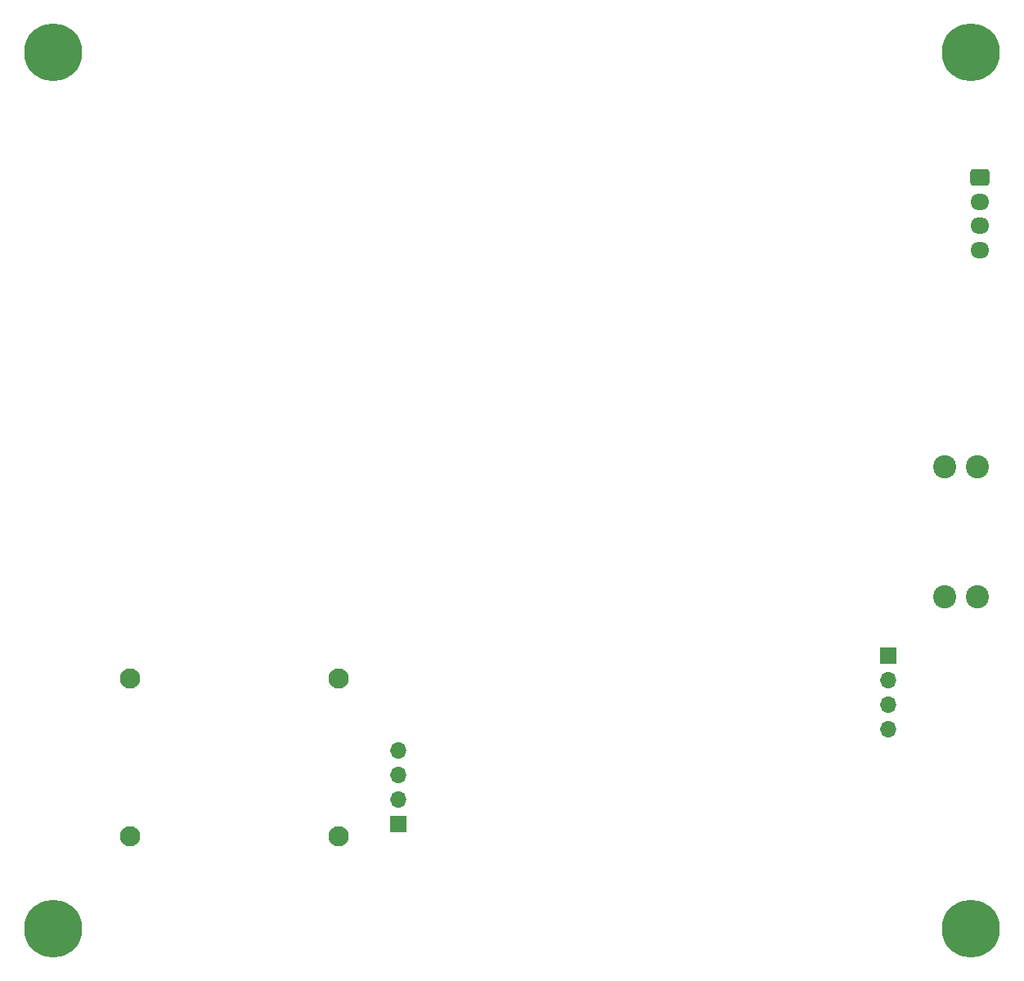
<source format=gbr>
%TF.GenerationSoftware,KiCad,Pcbnew,8.0.4-8.0.4-0~ubuntu22.04.1*%
%TF.CreationDate,2024-08-29T14:54:41-03:00*%
%TF.ProjectId,communication_board,636f6d6d-756e-4696-9361-74696f6e5f62,rev?*%
%TF.SameCoordinates,Original*%
%TF.FileFunction,Soldermask,Bot*%
%TF.FilePolarity,Negative*%
%FSLAX46Y46*%
G04 Gerber Fmt 4.6, Leading zero omitted, Abs format (unit mm)*
G04 Created by KiCad (PCBNEW 8.0.4-8.0.4-0~ubuntu22.04.1) date 2024-08-29 14:54:41*
%MOMM*%
%LPD*%
G01*
G04 APERTURE LIST*
G04 Aperture macros list*
%AMRoundRect*
0 Rectangle with rounded corners*
0 $1 Rounding radius*
0 $2 $3 $4 $5 $6 $7 $8 $9 X,Y pos of 4 corners*
0 Add a 4 corners polygon primitive as box body*
4,1,4,$2,$3,$4,$5,$6,$7,$8,$9,$2,$3,0*
0 Add four circle primitives for the rounded corners*
1,1,$1+$1,$2,$3*
1,1,$1+$1,$4,$5*
1,1,$1+$1,$6,$7*
1,1,$1+$1,$8,$9*
0 Add four rect primitives between the rounded corners*
20,1,$1+$1,$2,$3,$4,$5,0*
20,1,$1+$1,$4,$5,$6,$7,0*
20,1,$1+$1,$6,$7,$8,$9,0*
20,1,$1+$1,$8,$9,$2,$3,0*%
G04 Aperture macros list end*
%ADD10C,2.100000*%
%ADD11C,0.800000*%
%ADD12C,6.000000*%
%ADD13R,1.700000X1.700000*%
%ADD14O,1.700000X1.700000*%
%ADD15RoundRect,0.250000X-0.725000X0.600000X-0.725000X-0.600000X0.725000X-0.600000X0.725000X0.600000X0*%
%ADD16O,1.950000X1.700000*%
%ADD17C,2.400000*%
G04 APERTURE END LIST*
D10*
%TO.C,*%
X132800000Y-109500000D03*
%TD*%
%TO.C,*%
X132800000Y-93200000D03*
%TD*%
D11*
%TO.C,REF\u002A\u002A*%
X196050000Y-28300000D03*
X196709010Y-26709010D03*
X196709010Y-29890990D03*
X198300000Y-26050000D03*
D12*
X198300000Y-28300000D03*
D11*
X198300000Y-30550000D03*
X199890990Y-26709010D03*
X199890990Y-29890990D03*
X200550000Y-28300000D03*
%TD*%
%TO.C,REF\u002A\u002A*%
X196050000Y-119100000D03*
X196709010Y-117509010D03*
X196709010Y-120690990D03*
X198300000Y-116850000D03*
D12*
X198300000Y-119100000D03*
D11*
X198300000Y-121350000D03*
X199890990Y-117509010D03*
X199890990Y-120690990D03*
X200550000Y-119100000D03*
%TD*%
D13*
%TO.C,J2*%
X139000000Y-108300000D03*
D14*
X139000000Y-105760000D03*
X139000000Y-103220000D03*
X139000000Y-100680000D03*
%TD*%
D11*
%TO.C,REF\u002A\u002A*%
X101050000Y-119100000D03*
X101709010Y-117509010D03*
X101709010Y-120690990D03*
X103300000Y-116850000D03*
D12*
X103300000Y-119100000D03*
D11*
X103300000Y-121350000D03*
X104890990Y-117509010D03*
X104890990Y-120690990D03*
X105550000Y-119100000D03*
%TD*%
D13*
%TO.C,J1*%
X189738000Y-90805000D03*
D14*
X189738000Y-93345000D03*
X189738000Y-95885000D03*
X189738000Y-98425000D03*
%TD*%
D15*
%TO.C,J4*%
X199200000Y-41300000D03*
D16*
X199200000Y-43800000D03*
X199200000Y-46300000D03*
X199200000Y-48800000D03*
%TD*%
D11*
%TO.C,REF\u002A\u002A*%
X101050000Y-28300000D03*
X101709010Y-26709010D03*
X101709010Y-29890990D03*
X103300000Y-26050000D03*
D12*
X103300000Y-28300000D03*
D11*
X103300000Y-30550000D03*
X104890990Y-26709010D03*
X104890990Y-29890990D03*
X105550000Y-28300000D03*
%TD*%
D17*
%TO.C,J3*%
X195531000Y-84713000D03*
X195531000Y-71243000D03*
X198931000Y-84713000D03*
X198931000Y-71243000D03*
%TD*%
D10*
%TO.C,*%
X111200000Y-109500000D03*
%TD*%
%TO.C,*%
X111200000Y-93200000D03*
%TD*%
M02*

</source>
